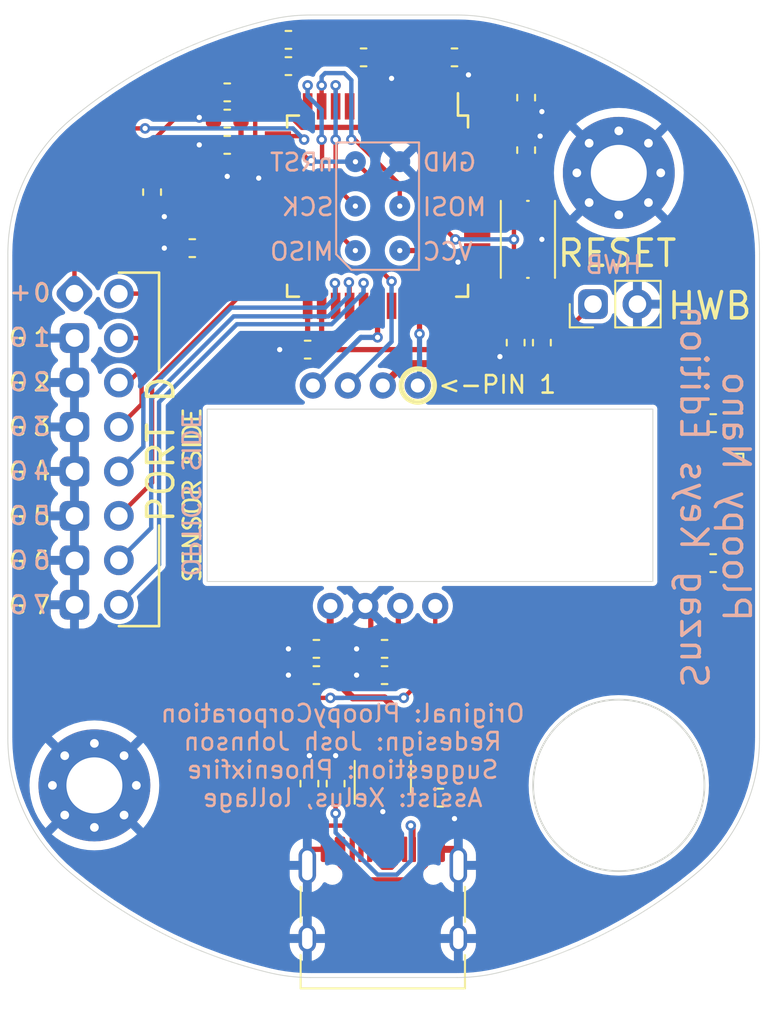
<source format=kicad_pcb>
(kicad_pcb (version 20210722) (generator pcbnew)
  (title_block (title "ploopy-nano") (date "2021-07-09") (rev "0.1") (company "Josh Johnson") (comment 1 "Licenced under CERN OHL v1.2") (comment 2 "By Ploopy Corporation 2021") (comment 3 "Based on the Ploopy Nano"))
  (layers (0 "F.Cu" signal) (31 "B.Cu" signal) (34 "B.Paste" user) (35 "F.Paste" user) (36 "B.SilkS" user "B.Silkscreen") (37 "F.SilkS" user "F.Silkscreen") (38 "B.Mask" user) (39 "F.Mask" user) (44 "Edge.Cuts" user))
  (net 0 "")
  (net 1 "VBUS")
  (net 2 "GND")
  (net 3 "Net-(C8-Pad1)")
  (net 4 "Net-(C11-Pad1)")
  (net 5 "Net-(C12-Pad1)")
  (net 6 "Net-(C13-Pad1)")
  (net 7 "Net-(C14-Pad1)")
  (net 8 "Net-(D1-Pad1)")
  (net 9 "Net-(J1-PadA7)")
  (net 10 "Net-(J1-PadA6)")
  (net 11 "Net-(J1-PadB5)")
  (net 12 "Net-(J1-PadA5)")
  (net 13 "/MISO")
  (net 14 "/MOSI")
  (net 15 "/SCK")
  (net 16 "/nRST")
  (net 17 "Net-(R1-Pad2)")
  (net 18 "/D+")
  (net 19 "/USB_D+")
  (net 20 "/D-")
  (net 21 "/USB_D-")
  (net 22 "/ADNS_SDIO")
  (net 23 "/ADNS_CS")
  (net 24 "/ADNS_SCLK")
  (net 25 "Net-(J3-Pad1)")
  (net 26 "/D7")
  (net 27 "/D6")
  (net 28 "/D4")
  (net 29 "/D5")
  (net 30 "/D3")
  (net 31 "/D2")
  (net 32 "/D1")
  (net 33 "/D0")
  (footprint "Capacitor_SMD:C_0603_1608Metric" (layer "F.Cu") (at 144.1875 106.3)
    (fp_text reference "C1" hide)
    (fp_text value "1u")
  )
  (footprint "Capacitor_SMD:C_0603_1608Metric" (layer "F.Cu") (at 139.8 64)
    (fp_text reference "C14" hide)
    (fp_text value "1u")
  )
  (footprint "Package_TO_SOT_SMD:SOT-23-6" (layer "F.Cu") (at 140.9 105.1 90)
    (fp_text reference "U2" hide)
    (fp_text value "USBLC6-2SC6")
  )
  (footprint "Capacitor_SMD:C_0603_1608Metric" (layer "F.Cu") (at 132 69 180)
    (fp_text reference "C10" hide)
    (fp_text value "100n")
  )
  (footprint "Resistor_SMD:R_0603_1608Metric" (layer "F.Cu") (at 150 80.3 90)
    (fp_text reference "R8" hide)
    (fp_text value "5K1")
  )
  (footprint "Resistor_SMD:R_0603_1608Metric" (layer "F.Cu") (at 159.8 84.9)
    (fp_text reference "R2" hide)
    (fp_text value "22R")
  )
  (footprint "Resistor_SMD:R_0603_1608Metric" (layer "F.Cu") (at 136.7 105.5 -90)
    (fp_text reference "R3" hide)
    (fp_text value "5K1")
  )
  (footprint "Resistor_SMD:R_0603_1608Metric" (layer "F.Cu") (at 132 66)
    (fp_text reference "R5" hide)
    (fp_text value "5K1")
  )
  (footprint "josh-led:LO-A67F" (layer "F.Cu") (at 159.775 88.9 -90)
    (fp_text reference "D1" hide)
    (fp_text value "LS A67F")
  )
  (footprint "Capacitor_SMD:C_0603_1608Metric" (layer "F.Cu") (at 149.1 66.3 -90)
    (fp_text reference "C2" hide)
    (fp_text value "10u")
  )
  (footprint "Connector_PinSocket_2.54mm:PinSocket_2x08_P2.54mm_Vertical" (layer "F.Cu") (at 125.8 77.5)
    (fp_text reference "J2" hide)
    (fp_text value "DIY")
  )
  (footprint "Resistor_SMD:R_0603_1608Metric" (layer "F.Cu") (at 159.8 92.9 180)
    (fp_text reference "R1" hide)
    (fp_text value "22R")
  )
  (footprint "josh-connectors:USB_C_Receptacle_HRO_TYPE-C-31-M-12" (layer "F.Cu") (at 140.9 113.3)
    (fp_text reference "J1" hide)
    (fp_text value "USB_C_Receptacle_USB2.0")
  )
  (footprint "MountingHole:MountingHole_3.2mm_M3_Pad_Via" (layer "F.Cu") (at 154.4 70.6)
    (fp_text reference "H2" hide)
    (fp_text value "M3")
  )
  (footprint "Resistor_SMD:R_0603_1608Metric" (layer "F.Cu") (at 135.5 63 180)
    (fp_text reference "R7" hide)
    (fp_text value "22R")
  )
  (footprint "Capacitor_SMD:C_0603_1608Metric" (layer "F.Cu") (at 136.6 80.7 180)
    (fp_text reference "C6" hide)
    (fp_text value "100n")
  )
  (footprint "Capacitor_SMD:C_0603_1608Metric" (layer "F.Cu") (at 141 99.3 180)
    (fp_text reference "C9" hide)
    (fp_text value "1u")
  )
  (footprint "josh-buttons-switches:SW_Push_KMR2" (layer "F.Cu") (at 149.2 74.4 -90)
    (fp_text reference "SW1" hide)
    (fp_text value "RESET")
  )
  (footprint "Capacitor_SMD:C_0603_1608Metric" (layer "F.Cu") (at 130 74.9 180)
    (fp_text reference "C11" hide)
    (fp_text value "15p")
  )
  (footprint "Capacitor_SMD:C_0603_1608Metric" (layer "F.Cu") (at 137.1 99.3 180)
    (fp_text reference "C5" hide)
    (fp_text value "10u")
  )
  (footprint "josh-oscillators:Crystal_SMD_3225-4Pin_3.2x2.5mm" (layer "F.Cu") (at 130.2 72 90)
    (fp_text reference "Y1" hide)
    (fp_text value "16MHz")
  )
  (footprint "Capacitor_SMD:C_0603_1608Metric" (layer "F.Cu") (at 145 64 180)
    (fp_text reference "C7" hide)
    (fp_text value "1u")
  )
  (footprint "Package_QFP:TQFP-44_10x10mm_P0.8mm" (layer "F.Cu") (at 140.6 72.5 -90)
    (fp_text reference "U3" hide)
    (fp_text value "ATMEGA32U4-AUR")
  )
  (footprint "josh-keyboard:ADNS-5050" (layer "F.Cu") (at 143.7 88.9 90)
    (fp_text reference "U1" hide)
    (fp_text value "ADNS-5050")
    (fp_line (start -5.05 -12.85) (end 4.8 -12.85) (layer "Edge.Cuts") (width 0.05))
    (fp_line (start 4.8 -12.85) (end 4.8 12.65) (layer "Edge.Cuts") (width 0.05))
    (fp_line (start 4.8 12.65) (end -5.05 12.65) (layer "Edge.Cuts") (width 0.05))
    (fp_line (start -5.05 12.65) (end -5.05 -12.85) (layer "Edge.Cuts") (width 0.05))
  )
  (footprint "Capacitor_SMD:C_0603_1608Metric" (layer "F.Cu") (at 141 97.8 180)
    (fp_text reference "C8" hide)
    (fp_text value "100n")
  )
  (footprint "Capacitor_SMD:C_0603_1608Metric" (layer "F.Cu") (at 127.7 71.7 -90)
    (fp_text reference "C12" hide)
    (fp_text value "15p")
  )
  (footprint "Resistor_SMD:R_0603_1608Metric" (layer "F.Cu") (at 148.5 80.3 -90)
    (fp_text reference "R9" hide)
    (fp_text value "5K1")
  )
  (footprint "Capacitor_SMD:C_0603_1608Metric" (layer "F.Cu") (at 137.1 97.8 180)
    (fp_text reference "C4" hide)
    (fp_text value "100n")
  )
  (footprint "josh-keyboard:Ploopy-Nano" (layer "F.Cu") (at 142.9 88.4)
    (fp_text reference "N1" hide)
    (fp_text value "Ploopy Outline")
    (fp_line (start 2.262999 28.180036) (end -6.163 28.180036) (layer "Edge.Cuts") (width 0.05))
    (fp_line (start -6.163 -26.819964) (end 2.262999 -26.819964) (layer "Edge.Cuts") (width 0.05))
    (fp_line (start 19.549999 -13.166965) (end 19.549999 14.527036) (layer "Edge.Cuts") (width 0.05))
    (fp_line (start -23.450001 14.527036) (end -23.45 -13.166965) (layer "Edge.Cuts") (width 0.05))
    (fp_arc (start -6.159098 -16.791464) (end -6.163 -26.819964) (angle -13.5) (layer "Edge.Cuts") (width 0.05))
    (fp_arc (start -13.451722 14.527946) (end -23.450001 14.527036) (angle -50.3) (layer "Edge.Cuts") (width 0.05))
    (fp_arc (start -1.963034 0.70641) (end -19.839 22.220036) (angle -26.2) (layer "Edge.Cuts") (width 0.05))
    (fp_arc (start 2.259097 18.151536) (end 2.262999 28.180036) (angle -13.5) (layer "Edge.Cuts") (width 0.05))
    (fp_arc (start 2.259094 -16.791465) (end 4.603999 -26.541965) (angle -13.5) (layer "Edge.Cuts") (width 0.05))
    (fp_arc (start -13.451722 -13.167874) (end -19.839 -20.859964) (angle -50.3) (layer "Edge.Cuts") (width 0.05))
    (fp_arc (start -6.159095 18.151527) (end -8.504001 27.902036) (angle -13.5) (layer "Edge.Cuts") (width 0.05))
    (fp_arc (start -1.936969 0.706406) (end 4.603999 27.902036) (angle -26.2) (layer "Edge.Cuts") (width 0.05))
    (fp_arc (start -1.93697 0.653665) (end 15.938999 -20.859964) (angle -26.2) (layer "Edge.Cuts") (width 0.05))
    (fp_arc (start 9.55172 14.527945) (end 15.938999 22.220036) (angle -50.3) (layer "Edge.Cuts") (width 0.05))
    (fp_arc (start 9.551721 -13.167875) (end 19.549999 -13.166965) (angle -50.3) (layer "Edge.Cuts") (width 0.05))
    (fp_arc (start -1.963033 0.65366) (end -8.504001 -26.541965) (angle -26.2) (layer "Edge.Cuts") (width 0.05))
  )
  (footprint "Capacitor_SMD:C_0603_1608Metric" (layer "F.Cu") (at 149.1 69.3 90)
    (fp_text reference "C13" hide)
    (fp_text value "100n")
  )
  (footprint "MountingHole:MountingHole_3.2mm_M3_Pad_Via" (layer "F.Cu") (at 124.4 105.6)
    (fp_text reference "H1" hide)
    (fp_text value "M3")
  )
  (footprint "Resistor_SMD:R_0603_1608Metric" (layer "F.Cu") (at 138.2 105.5 -90)
    (fp_text reference "R4" hide)
    (fp_text value "5K1")
  )
  (footprint "Capacitor_SMD:C_0603_1608Metric" (layer "F.Cu") (at 132 67.5 180)
    (fp_text reference "C3" hide)
    (fp_text value "1u")
  )
  (footprint "Connector_PinHeader_2.54mm:PinHeader_1x02_P2.54mm_Vertical" (layer "F.Cu") (at 152.925 78.1 90)
    (fp_text reference "J3" hide)
    (fp_text value "HWB")
  )
  (footprint "Resistor_SMD:R_0603_1608Metric" (layer "F.Cu") (at 135.5 64.5 180)
    (fp_text reference "R6" hide)
    (fp_text value "22R")
  )
  (footprint "josh-connectors:AVR_PROG_2.54_SMT" (layer "B.Cu") (at 140.6 72.5 90)
    (fp_text reference "J4" hide)
    (fp_text value "AVR-ISP-6")
  )
  (gr_line (start 125.8 76.3) (end 128.1 76.3) (layer "F.SilkS") (width 0.15))
  (gr_line (start 125.8 96.5) (end 128.1 96.5) (layer "F.SilkS") (width 0.15))
  (gr_circle (center 142.9 82.75) (end 143.85 82.75) (layer "F.SilkS") (width 0.3) (fill none))
  (gr_line (start 128.1 90.75) (end 128.1 96.5) (layer "F.SilkS") (width 0.15))
  (gr_line (start 128.1 76.3) (end 128.1 81.9) (layer "F.SilkS") (width 0.15))
  (gr_circle (center 154.4 105.6) (end 159.3 105.6) (layer "Edge.Cuts") (width 0.1) (fill none))
  (gr_text "GND" (at 144.714285 70) (layer "B.SilkS") (effects (font (size 1 1)) (justify mirror)))
  (gr_text "G" (at 120.1 80.005199) (layer "B.SilkS") (effects (font (size 1 1)) (justify mirror)))
  (gr_text "G" (at 120.1 87.646994) (layer "B.SilkS") (effects (font (size 1 1)) (justify mirror)))
  (gr_text "2" (at 121.383905 82.539907) (layer "B.SilkS") (effects (font (size 1 1)) (justify mirror)))
  (gr_text "4" (at 121.383905 87.634437) (layer "B.SilkS") (effects (font (size 1 1)) (justify mirror)))
  (gr_text "3" (at 121.383905 85.087172) (layer "B.SilkS") (effects (font (size 1 1)) (justify mirror)))
  (gr_text "G" (at 120.1 92.741524) (layer "B.SilkS") (effects (font (size 1 1)) (justify mirror)))
  (gr_text "SCK" (at 136.6 72.55) (layer "B.SilkS") (effects (font (size 1 1)) (justify mirror)))
  (gr_text "7" (at 121.383905 95.276232) (layer "B.SilkS") (effects (font (size 1 1)) (justify mirror)))
  (gr_text "MISO" (at 136.266667 75.1) (layer "B.SilkS") (effects (font (size 1 1)) (justify mirror)))
  (gr_text "+" (at 120.1 77.457934 90) (layer "B.SilkS") (effects (font (size 1 1)) (justify mirror)))
  (gr_text "Original: PloopyCorporation\nRedesign: Josh Johnson\nSuggestion: Phoenixfire\nAssist: Xelus, lollage" (at 138.6 103.9) (layer "B.SilkS") (effects (font (size 1 1)) (justify mirror)))
  (gr_text "VCC" (at 144.619047 75.1) (layer "B.SilkS") (effects (font (size 1 1)) (justify mirror)))
  (gr_text "G" (at 120.1 85.099729) (layer "B.SilkS") (effects (font (size 1 1)) (justify mirror)))
  (gr_text "OPTICS SIDE" (at 129.9 88.996094 -90) (layer "B.SilkS") (effects (font (size 1 1)) (justify mirror)))
  (gr_text "G" (at 120.1 95.288789) (layer "B.SilkS") (effects (font (size 1 1)) (justify mirror)))
  (gr_text "MOSI" (at 145 72.55) (layer "B.SilkS") (effects (font (size 1 1)) (justify mirror)))
  (gr_text "nRST" (at 136.266667 70) (layer "B.SilkS") (effects (font (size 1 1)) (justify mirror)))
  (gr_text "Ploopy Nano\nSnzag Keys Edition" (at 159.9 89.1 -90) (layer "B.SilkS") (effects (font (size 1.5 1.5) (thickness 0.2)) (justify mirror)))
  (gr_text "G" (at 120.1 82.552464) (layer "B.SilkS") (effects (font (size 1 1)) (justify mirror)))
  (gr_text "0" (at 121.379143 77.445377) (layer "B.SilkS") (effects (font (size 1 1)) (justify mirror)))
  (gr_text "HWB" (at 154.1 75.85) (layer "B.SilkS") (effects (font (size 1 1)) (justify mirror)))
  (gr_text "5" (at 121.383905 90.181702) (layer "B.SilkS") (effects (font (size 1 1)) (justify mirror)))
  (gr_text "6" (at 121.383905 92.728967) (layer "B.SilkS") (effects (font (size 1 1)) (justify mirror)))
  (gr_text "G" (at 120.1 90.194259) (layer "B.SilkS") (effects (font (size 1 1)) (justify mirror)))
  (gr_text "1" (at 121.383905 79.992642) (layer "B.SilkS") (effects (font (size 1 1)) (justify mirror)))
  (gr_text "G" (at 120.009746 80.01641) (layer "F.SilkS") (effects (font (size 1 1))))
  (gr_text "G" (at 120.009746 85.11094) (layer "F.SilkS") (effects (font (size 1 1))))
  (gr_text "G" (at 120.009746 87.658205) (layer "F.SilkS") (effects (font (size 1 1))))
  (gr_text "4" (at 121.4 87.658205) (layer "F.SilkS") (effects (font (size 1 1))))
  (gr_text "7" (at 121.4 95.3) (layer "F.SilkS") (effects (font (size 1 1))))
  (gr_text "5" (at 121.4 90.20547) (layer "F.SilkS") (effects (font (size 1 1))))
  (gr_text "SENSOR SIDE" (at 130 89 90) (layer "F.SilkS") (effects (font (size 1 1))))
  (gr_text "G" (at 120.009746 90.20547) (layer "F.SilkS") (effects (font (size 1 1))))
  (gr_text "3" (at 121.4 85.11094) (layer "F.SilkS") (effects (font (size 1 1))))
  (gr_text "2" (at 121.4 82.563675) (layer "F.SilkS") (effects (font (size 1 1))))
  (gr_text "G" (at 120.009746 95.3) (layer "F.SilkS") (effects (font (size 1 1))))
  (gr_text "0" (at 121.404762 77.469145) (layer "F.SilkS") (effects (font (size 1 1))))
  (gr_text "G" (at 120.009746 82.563675) (layer "F.SilkS") (effects (font (size 1 1))))
  (gr_text "6" (at 121.4 92.752735) (layer "F.SilkS") (effects (font (size 1 1))))
  (gr_text "+" (at 120.1 77.469145 90) (layer "F.SilkS") (effects (font (size 1 1))))
  (gr_text "RESET" (at 154.3 75.2) (layer "F.SilkS") (effects (font (size 1.5 1.5) (thickness 0.2))))
  (gr_text "<-PIN 1" (at 147.45 82.7) (layer "F.SilkS") (effects (font (size 1 1))))
  (gr_text "PORT D" (at 128.2 86.4 90) (layer "F.SilkS") (effects (font (size 1.5 1.5) (thickness 0.2))))
  (gr_text "HWB" (at 159.6 78.2) (layer "F.SilkS") (effects (font (size 1.5 1.5) (thickness 0.2))))
  (gr_text "1" (at 121.4 80.01641) (layer "F.SilkS") (effects (font (size 1 1))))
  (gr_text "G" (at 120.009746 92.752735) (layer "F.SilkS") (effects (font (size 1 1))))
  (segment (start 137.4 78.2) (end 137.4 80.6875) (width 0.3) (layer "F.Cu") (net 1))
  (segment (start 146.7 62.7) (end 146.95 62.95) (width 0.4) (layer "F.Cu") (net 1))
  (segment (start 161.6 82.2) (end 161.7 82.1) (width 0.3) (layer "F.Cu") (net 1))
  (segment (start 138.45 109.255) (end 138.45 110.15) (width 0.3) (layer "F.Cu") (net 1))
  (segment (start 161.7 90.1) (end 161.7 82.1) (width 0.4) (layer "F.Cu") (net 1))
  (segment (start 137.8875 95.3625) (end 137.9 95.35) (width 0.4) (layer "F.Cu") (net 1))
  (segment (start 123.26 73.24) (end 123.26 77.5) (width 0.25) (layer "F.Cu") (net 1))
  (segment (start 143.4 106.3) (end 143.4 105) (width 0.4) (layer "F.Cu") (net 1))
  (segment (start 143.5 105.1) (end 144.85 105.1) (width 0.4) (layer "F.Cu") (net 1))
  (segment (start 139.1875 100.6) (end 137.8875 99.3) (width 0.4) (layer "F.Cu") (net 1))
  (segment (start 137.3875 80.7) (end 144.3 80.7) (width 0.3) (layer "F.Cu") (net 1))
  (segment (start 150.7125 77.5) (end 151.9125 76.3) (width 0.3) (layer "F.Cu") (net 1))
  (segment (start 146.3 68.5) (end 147.5 68.5) (width 0.3) (layer "F.Cu") (net 1))
  (segment (start 137.8875 97.8) (end 137.8875 95.3625) (width 0.4) (layer "F.Cu") (net 1))
  (segment (start 136.27106 68) (end 133.44654 65.17548) (width 0.3) (layer "F.Cu") (net 1))
  (segment (start 158 76.3) (end 159.65 74.65) (width 0.3) (layer "F.Cu") (net 1))
  (segment (start 161.7 93.9) (end 161.7 92.8) (width 0.4) (layer "F.Cu") (net 1))
  (segment (start 143.4 105) (end 143.5 105.1) (width 0.4) (layer "F.Cu") (net 1))
  (segment (start 146.95 62.95) (end 146.95 64.65) (width 0.4) (layer "F.Cu") (net 1))
  (segment (start 146.3 76.5) (end 144.5 76.5) (width 0.3) (layer "F.Cu") (net 1))
  (segment (start 144.2125 64) (end 144.2125 63.0875) (width 0.4) (layer "F.Cu") (net 1))
  (segment (start 143.3 105.1) (end 143.4 105) (width 0.4) (layer "F.Cu") (net 1))
  (segment (start 132.7875 67.5) (end 132.7125 67.5) (width 0.3) (layer "F.Cu") (net 1))
  (segment (start 133.44654 65.17548) (end 132.03702 65.17548) (width 0.3) (layer "F.Cu") (net 1))
  (segment (start 146.3 68.5) (end 144.2 68.5) (width 0.3) (layer "F.Cu") (net 1))
  (segment (start 158.9 73.9) (end 158.9 69.5) (width 0.4) (layer "F.Cu") (net 1))
  (segment (start 143.04 75.04) (end 141.87 75.04) (width 0.3) (layer "F.Cu") (net 1))
  (segment (start 139.8 68) (end 139.8 66.8) (width 0.3) (layer "F.Cu") (net 1))
  (segment (start 132.7125 67.5) (end 131.2125 66) (width 0.3) (layer "F.Cu") (net 1))
  (segment (start 152.4 97.55) (end 158.05 97.55) (width 0.4) (layer "F.Cu") (net 1))
  (segment (start 143.35 106.35) (end 143.4 106.3) (width 0.4) (layer "F.Cu") (net 1))
  (segment (start 143.8 65.4) (end 143.8 66.8) (width 0.4) (layer "F.Cu") (net 1))
  (segment (start 132.7875 69.6875) (end 132.7875 69) (width 0.3) (layer "F.Cu") (net 1))
  (segment (start 161.6 92.9) (end 161.7 92.8) (width 0.4) (layer "F.Cu") (net 1))
  (segment (start 131.2125 66) (end 130.5 66) (width 0.25) (layer "F.Cu") (net 1))
  (segment (start 141.3 105.1) (end 143.3 105.1) (width 0.4) (layer "F.Cu") (net 1))
  (segment (start 143.4 103) (end 141 100.6) (width 0.4) (layer "F.Cu") (net 1))
  (segment (start 143.4 105) (end 143.4 103) (width 0.4) (layer "F.Cu") (net 1))
  (segment (start 147.1 76.5) (end 148.1 77.5) (width 0.3) (layer "F.Cu") (net 1))
  (segment (start 146.95 64.65) (end 147.8 65.5) (width 0.4) (layer "F.Cu") (net 1))
  (segment (start 137.4 80.6875) (end 137.3875 80.7) (width 0.3) (layer "F.Cu") (net 1))
  (segment (start 147.5 68.5) (end 147.8 68.2) (width 0.3) (layer "F.Cu") (net 1))
  (segment (start 139.3 111) (end 142.5 111) (width 0.3) (layer "F.Cu") (net 1))
  (segment (start 144.2125 63.0875) (end 144.6 62.7) (width 0.4) (layer "F.Cu") (net 1))
  (segment (start 133.2 70.1) (end 132.7875 69.6875) (width 0.3) (layer "F.Cu") (net 1))
  (segment (start 137.8875 99.3) (end 137.8875 97.8) (width 0.4) (layer "F.Cu") (net 1))
  (segment (start 138.45 110.15) (end 139.3 111) (width 0.3) (layer "F.Cu") (net 1))
  (segment (start 158.05 97.55) (end 161.7 93.9) (width 0.4) (layer "F.Cu") (net 1))
  (segment (start 161.7 82.1) (end 161.7 76.7) (width 0.4) (layer "F.Cu") (net 1))
  (segment (start 159.65 74.65) (end 158.9 73.9) (width 0.4) (layer "F.Cu") (net 1))
  (segment (start 146.3 76.5) (end 147.1 76.5) (width 0.3) (layer "F.Cu") (net 1))
  (segment (start 144.2125 64.9875) (end 143.8 65.4) (width 0.4) (layer "F.Cu") (net 1))
  (segment (start 144.2125 64) (end 144.2125 64.9875) (width 0.4) (layer "F.Cu") (net 1))
  (segment (start 154.9 65.5) (end 147.8 65.5) (width 0.4) (layer "F.Cu") (net 1))
  (segment (start 144.85 105.1) (end 152.4 97.55) (width 0.4) (layer "F.Cu") (net 1))
  (segment (start 161.7 76.7) (end 160.3 75.3) (width 0.4) (layer "F.Cu") (net 1))
  (segment (start 131.2125 66) (end 131.2875 66) (width 0.25) (layer "F.Cu") (net 1))
  (segment (start 132.7875 67.5) (end 132.7875 69) (width 0.3) (layer "F.Cu") (net 1))
  (segment (start 150 81.0875) (end 150 82.2) (width 0.3) (layer "F.Cu") (net 1))
  (segment (start 130.5 66) (end 123.26 73.24) (width 0.25) (layer "F.Cu") (net 1))
  (segment (start 143.7 68) (end 136.27106 68) (width 0.3) (layer "F.Cu") (net 1))
  (segment (start 144.3 80.7) (end 145.8 82.2) (width 0.3) (layer "F.Cu") (net 1))
  (segment (start 144.5 76.5) (end 143.04 75.04) (width 0.3) (layer "F.Cu") (net 1))
  (segment (start 144.2 68.5) (end 143.7 68) (width 0.3) (layer "F.Cu") (net 1))
  (segment (start 140.9 104) (end 140.9 104.7) (width 0.4) (layer "F.Cu") (net 1))
  (segment (start 159.775 90.15) (end 161.65 90.15) (width 0.4) (layer "F.Cu") (net 1))
  (segment (start 134.9 70.1) (end 133.2 70.1) (width 0.3) (layer "F.Cu") (net 1))
  (segment (start 141 100.6) (end 139.1875 100.6) (width 0.4) (layer "F.Cu") (net 1))
  (segment (start 143.35 109.255) (end 143.35 106.35) (width 0.4) (layer "F.Cu") (net 1))
  (segment (start 145.8 82.2) (end 150 82.2) (width 0.3) (layer "F.Cu") (net 1))
  (segment (start 143.35 110.15) (end 143.35 109.255) (width 0.3) (layer "F.Cu") (net 1))
  (segment (start 142.5 111) (end 143.35 110.15) (width 0.3) (layer "F.Cu") (net 1))
  (segment (start 148.1 77.5) (end 150.7125 77.5) (width 0.3) (layer "F.Cu") (net 1))
  (segment (start 151.9125 76.3) (end 158 76.3) (width 0.3) (layer "F.Cu") (net 1))
  (segment (start 147.8 68.2) (end 147.8 65.5) (width 0.3) (layer "F.Cu") (net 1))
  (segment (start 160.5875 92.9) (end 161.6 92.9) (width 0.4) (layer "F.Cu") (net 1))
  (segment (start 144.6 62.7) (end 146.7 62.7) (width 0.4) (layer "F.Cu") (net 1))
  (segment (start 161.7 92.8) (end 161.7 90.1) (width 0.4) (layer "F.Cu") (net 1))
  (segment (start 140.9 104.7) (end 141.3 105.1) (width 0.4) (layer "F.Cu") (net 1))
  (segment (start 158.9 69.5) (end 154.9 65.5) (width 0.4) (layer "F.Cu") (net 1))
  (segment (start 161.65 90.15) (end 161.7 90.1) (width 0.4) (layer "F.Cu") (net 1))
  (segment (start 132.03702 65.17548) (end 131.2125 66) (width 0.3) (layer "F.Cu") (net 1))
  (segment (start 160.3 75.3) (end 159.65 74.65) (width 0.4) (layer "F.Cu") (net 1))
  (segment (start 150 82.2) (end 161.6 82.2) (width 0.3) (layer "F.Cu") (net 1))
  (via (at 141.87 75.04) (size 0.6) (drill 0.3) (layers "F.Cu" "B.Cu") (net 1))
  (segment (start 136.6 78.2) (end 136.6 79.9125) (width 0.3) (layer "F.Cu") (net 2))
  (segment (start 131.05 70.9) (end 132 70.9) (width 0.25) (layer "F.Cu") (net 2))
  (segment (start 145 107.5) (end 145 106.325) (width 0.4) (layer "F.Cu") (net 2))
  (segment (start 146.3 69.3) (end 148.3125 69.3) (width 0.3) (layer "F.Cu") (net 2))
  (segment (start 146.3 75.7) (end 145.2 75.7) (width 0.3) (layer "F.Cu") (net 2))
  (segment (start 135.8125 80.7) (end 135 80.7) (width 0.3) (layer "F.Cu") (net 2))
  (segment (start 130.466089 67.5) (end 130.4 67.433911) (width 0.3) (layer "F.Cu") (net 2))
  (segment (start 145 106.325) (end 144.975 106.3) (width 0.4) (layer "F.Cu") (net 2))
  (segment (start 140.2125 95.6625) (end 139.9 95.35) (width 0.3) (layer "F.Cu") (net 2))
  (segment (start 128.3125 73.1) (end 127.7 72.4875) (width 0.25) (layer "F.Cu") (net 2))
  (segment (start 136.7 104.7125) (end 136.7 103.9) (width 0.3) (layer "F.Cu") (net 2))
  (segment (start 140.2125 99.3) (end 140.2125 97.8) (width 0.3) (layer "F.Cu") (net 2))
  (segment (start 129.35 73.1) (end 128.4 73.1) (width 0.25) (layer "F.Cu") (net 2))
  (segment (start 147.6125 81.0875) (end 147.6 81.1) (width 0.3) (layer "F.Cu") (net 2))
  (segment (start 149.8875 68.5125) (end 149.9 68.5) (width 0.3) (layer "F.Cu") (net 2))
  (segment (start 150 67.1) (end 149.1125 67.1) (width 0.3) (layer "F.Cu") (net 2))
  (segment (start 149.1 68.5125) (end 149.8875 68.5125) (width 0.3) (layer "F.Cu") (net 2))
  (segment (start 150 74.4) (end 150 72.35) (width 0.3) (layer "F.Cu") (net 2))
  (segment (start 129.2125 74.9) (end 128.4 74.9) (width 0.25) (layer "F.Cu") (net 2))
  (segment (start 148.5 81.0875) (end 147.6125 81.0875) (width 0.3) (layer "F.Cu") (net 2))
  (segment (start 149.1125 67.1) (end 149.1 67.0875) (width 0.3) (layer "F.Cu") (net 2))
  (segment (start 140.2125 97.8) (end 140.2125 95.6625) (width 0.3) (layer "F.Cu") (net 2))
  (segment (start 145.7875 64) (end 145.7875 64.9875) (width 0.3) (layer "F.Cu") (net 2))
  (segment (start 137.65 109.255) (end 136.58 109.255) (width 0.3) (layer "F.Cu") (net 2))
  (segment (start 141.4 65.2) (end 141.4 64.8125) (width 0.3) (layer "F.Cu") (net 2))
  (segment (start 144.15 109.255) (end 145.245 109.255) (width 0.4) (layer "F.Cu") (net 2))
  (segment (start 141.4 66.8) (end 141.4 65.2) (width 0.3) (layer "F.Cu") (net 2))
  (segment (start 140.2125 97.8) (end 139.4 97.8) (width 0.3) (layer "F.Cu") (net 2))
  (segment (start 131.2125 69) (end 130.4 69) (width 0.3) (layer "F.Cu") (net 2))
  (segment (start 148.3125 69.3) (end 149.1 68.5125) (width 0.3) (layer "F.Cu") (net 2))
  (segment (start 136.3125 99.3) (end 135.5 99.3) (width 0.3) (layer "F.Cu") (net 2))
  (segment (start 145.245 110.145) (end 145.22 110.17) (width 0.4) (layer "F.Cu") (net 2))
  (segment (start 136.58 109.255) (end 136.58 110.17) (width 0.3) (layer "F.Cu") (net 2))
  (segment (start 145.245 109.255) (end 145.245 110.145) (width 0.4) (layer "F.Cu") (net 2))
  (segment (start 136.6 79.9125) (end 135.8125 80.7) (width 0.3) (layer "F.Cu") (net 2))
  (segment (start 141.4 64.8125) (end 140.5875 64) (width 0.3) (layer "F.Cu") (net 2))
  (segment (start 140.2125 99.3) (end 139.4 99.3) (width 0.3) (layer "F.Cu") (net 2))
  (segment (start 150 76.45) (end 150 74.4) (width 0.3) (layer "F.Cu") (net 2))
  (segment (start 134.9 70.9) (end 133.8 70.9) (width 0.3) (layer "F.Cu") (net 2))
  (segment (start 144.15 108.35) (end 145 107.5) (width 0.4) (layer "F.Cu") (net 2))
  (segment (start 128.4 73.1) (end 128.3125 73.1) (width 0.25) (layer "F.Cu") (net 2))
  (segment (start 140.9 106.2) (end 140.9 107.1) (width 0.4) (layer "F.Cu") (net 2))
  (segment (start 136.3125 97.8) (end 135.5 97.8) (width 0.3) (layer "F.Cu") (net 2))
  (segment (start 145.7875 64.9875) (end 145.8 65) (width 0.3) (layer "F.Cu") (net 2))
  (segment (start 131.2125 67.5) (end 130.466089 67.5) (width 0.3) (layer "F.Cu") (net 2))
  (segment (start 144.15 109.255) (end 144.15 108.35) (width 0.4) (layer "F.Cu") (net 2))
  (segment (start 138.2 104.7125) (end 138.2 103.9) (width 0.3) (layer "F.Cu") (net 2))
  (via (at 135.5 97.8) (size 0.6) (drill 0.3) (layers "F.Cu" "B.Cu") (net 2))
  (via (at 147.6 81.1) (size 0.6) (drill 0.3) (layers "F.Cu" "B.Cu") (net 2))
  (via (at 139.4 99.3) (size 0.6) (drill 0.3) (layers "F.Cu" "B.Cu") (net 2))
  (via (at 133.8 70.9) (size 0.6) (drill 0.3) (layers "F.Cu" "B.Cu") (net 2))
  (via (at 128.4 73.1) (size 0.6) (drill 0.3) (layers "F.Cu" "B.Cu") (net 2))
  (via (at 138.2 103.9) (size 0.6) (drill 0.3) (layers "F.Cu" "B.Cu") (net 2))
  (via (at 145.2 75.7) (size 0.6) (drill 0.3) (layers "F.Cu" "B.Cu") (net 2))
  (via (at 128.4 74.9) (size 0.6) (drill 0.3) (layers "F.Cu" "B.Cu") (net 2))
  (via (at 139.4 97.8) (size 0.6) (drill 0.3) (layers "F.Cu" "B.Cu") (net 2))
  (via (at 132 70.8) (size 0.6) (drill 0.3) (layers "F.Cu" "B.Cu") (net 2))
  (via (at 145 107.5) (size 0.6) (drill 0.3) (layers "F.Cu" "B.Cu") (net 2))
  (via (at 135.5 99.3) (size 0.6) (drill 0.3) (layers "F.Cu" "B.Cu") (net 2))
  (via (at 150 67.1) (size 0.6) (drill 0.3) (layers "F.Cu" "B.Cu") (net 2))
  (via (at 140.9 107.1) (size 0.6) (drill 0.3) (layers "F.Cu" "B.Cu") (net 2))
  (via (at 150 74.4) (size 0.6) (drill 0.3) (layers "F.Cu" "B.Cu") (net 2))
  (via (at 149.9 68.5) (size 0.6) (drill 0.3) (layers "F.Cu" "B.Cu") (net 2))
  (via (at 130.4 67.433911) (size 0.6) (drill 0.3) (layers "F.Cu" "B.Cu") (net 2))
  (via (at 135 80.7) (size 0.6) (drill 0.3) (layers "F.Cu" "B.Cu") (net 2))
  (via (at 141.4 65.2) (size 0.6) (drill 0.3) (layers "F.Cu" "B.Cu") (net 2))
  (via (at 130.4 69) (size 0.6) (drill 0.3) (layers "F.Cu" "B.Cu") (net 2))
  (via (at 145.8 65) (size 0.6) (drill 0.3) (layers "F.Cu" "B.Cu") (net 2))
  (via (at 136.7 103.9) (size 0.6) (drill 0.3) (layers "F.Cu" "B.Cu") (net 2))
  (segment (start 141.7875 97.8) (end 141.7875 95.4625) (width 0.3) (layer "F.Cu") (net 3))
  (segment (start 141.7875 99.3) (end 141.7875 97.8) (width 0.3) (layer "F.Cu") (net 3))
  (segment (start 141.7875 95.4625) (end 141.9 95.35) (width 0.3) (layer "F.Cu") (net 3))
  (segment (start 131.05 74.6375) (end 130.7875 74.9) (width 0.25) (layer "F.Cu") (net 4))
  (segment (start 132 72.5) (end 134.9 72.5) (width 0.25) (layer "F.Cu") (net 4))
  (segment (start 131.05 73.1) (end 131.4 73.1) (width 0.25) (layer "F.Cu") (net 4))
  (segment (start 131.4 73.1) (end 132 72.5) (width 0.25) (layer "F.Cu") (net 4))
  (segment (start 131.05 73.1) (end 131.05 74.6375) (width 0.25) (layer "F.Cu") (net 4))
  (segment (start 127.7 70.9125) (end 129.3375 70.9125) (width 0.25) (layer "F.Cu") (net 5))
  (segment (start 130.45 72) (end 133.3 72) (width 0.25) (layer "F.Cu") (net 5))
  (segment (start 133.6 71.7) (end 134.9 71.7) (width 0.25) (layer "F.Cu") (net 5))
  (segment (start 129.2125 70.7625) (end 129.35 70.9) (width 0.25) (layer "F.Cu") (net 5))
  (segment (start 129.3375 70.9125) (end 129.35 70.9) (width 0.25) (layer "F.Cu") (net 5))
  (segment (start 133.3 72) (end 133.6 71.7) (width 0.25) (layer "F.Cu") (net 5))
  (segment (start 129.35 70.9) (end 130.45 72) (width 0.25) (layer "F.Cu") (net 5))
  (segment (start 149.0875 70.1) (end 149.1 70.0875) (width 0.3) (layer "F.Cu") (net 6))
  (segment (start 146.3 70.1) (end 149.0875 70.1) (width 0.3) (layer "F.Cu") (net 6))
  (segment (start 140.6 66.8) (end 140.6 65.5875) (width 0.3) (layer "F.Cu") (net 7))
  (segment (start 140.6 65.5875) (end 139.0125 64) (width 0.3) (layer "F.Cu") (net 7))
  (segment (start 160.5875 84.9) (end 158.9875 83.3) (width 0.4) (layer "F.Cu") (net 8))
  (segment (start 158.9875 83.3) (end 145.7 83.3) (width 0.4) (layer "F.Cu") (net 8))
  (segment (start 143.9 81.5) (end 142.15 81.5) (width 0.4) (layer "F.Cu") (net 8))
  (segment (start 159.775 85.7125) (end 160.5875 84.9) (width 0.4) (layer "F.Cu") (net 8))
  (segment (start 159.775 87.65) (end 159.775 85.7125) (width 0.4) (layer "F.Cu") (net 8))
  (segment (start 145.7 83.3) (end 143.9 81.5) (width 0.4) (layer "F.Cu") (net 8))
  (segment (start 142.15 81.5) (end 140.9 82.75) (width 0.4) (layer "F.Cu") (net 8))
  (segment (start 140.15 106.4) (end 139.95 106.2) (width 0.25) (layer "F.Cu") (net 9))
  (segment (start 141.15 109.255) (end 141.15 108.35) (width 0.25) (layer "F.Cu") (net 9))
  (segment (start 140.15 109.255) (end 140.15 108.05) (width 0.25) (layer "F.Cu") (net 9))
  (segment (start 140.15 108.05) (end 140.15 106.4) (width 0.25) (layer "F.Cu") (net 9))
  (segment (start 140.85 108.05) (end 140.15 108.05) (width 0.25) (layer "F.Cu") (net 9))
  (segment (start 141.15 108.35) (end 140.85 108.05) (width 0.25) (layer "F.Cu") (net 9))
  (segment (start 139.8 106.25) (end 139.85 106.2) (width 0.25) (layer "F.Cu") (net 9))
  (segment (start 141.65 109.255) (end 141.65 106.3) (width 0.25) (layer "F.Cu") (net 10))
  (segment (start 140.65 110.055454) (end 140.899066 110.30452) (width 0.25) (layer "F.Cu") (net 10))
  (segment (start 140.65 109.255) (end 140.65 110.055454) (width 0.25) (layer "F.Cu") (net 10))
  (segment (start 141.400934 110.30452) (end 141.65 110.055454) (width 0.25) (layer "F.Cu") (net 10))
  (segment (start 141.65 110.055454) (end 141.65 109.255) (width 0.25) (layer "F.Cu") (net 10))
  (segment (start 140.899066 110.30452) (end 141.400934 110.30452) (width 0.25) (layer "F.Cu") (net 10))
  (segment (start 141.65 106.3) (end 141.75 106.2) (width 0.25) (layer "F.Cu") (net 10))
  (segment (start 142.65 109.255) (end 142.65 108.05) (width 0.25) (layer "F.Cu") (net 11))
  (segment (start 138.2 106.2875) (end 138.2 107.2) (width 0.25) (layer "F.Cu") (net 11))
  (segment (start 142.65 108.05) (end 142.5 107.9) (width 0.25) (layer "F.Cu") (net 11))
  (via (at 142.5 107.9) (size 0.6) (drill 0.3) (layers "F.Cu" "B.Cu") (net 11))
  (via (at 138.2 107.2) (size 0.6) (drill 0.3) (layers "F.Cu" "B.Cu") (net 11))
  (segment (start 138.2 108.3) (end 138.2 107.2) (width 0.25) (layer "B.Cu") (net 11))
  (segment (start 142.5 107.9) (end 142.5 109.9) (width 0.25) (layer "B.Cu") (net 11))
  (segment (start 141.7 110.7) (end 140.6 110.7) (width 0.25) (layer "B.Cu") (net 11))
  (segment (start 142.5 109.9) (end 141.7 110.7) (width 0.25) (layer "B.Cu") (net 11))
  (segment (start 140.6 110.7) (end 138.2 108.3) (width 0.25) (layer "B.Cu") (net 11))
  (segment (start 139.65 109.255) (end 139.65 108.454546) (width 0.25) (layer "F.Cu") (net 12))
  (segment (start 136.7 107.2) (end 136.7 106.2875) (width 0.25) (layer "F.Cu") (net 12))
  (segment (start 139.65 108.454546) (end 139.095454 107.9) (width 0.25) (layer "F.Cu") (net 12))
  (segment (start 137.4 107.9) (end 136.7 107.2) (width 0.25) (layer "F.Cu") (net 12))
  (segment (start 139.095454 107.9) (end 137.4 107.9) (width 0.25) (layer "F.Cu") (net 12))
  (segment (start 136.6 66.8) (end 136.6 65.6) (width 0.25) (layer "F.Cu") (net 13))
  (segment (start 137.424501 73.134501) (end 137.424501 68.724501) (width 0.25) (layer "F.Cu") (net 13))
  (segment (start 139.33 75.04) (end 137.424501 73.134501) (width 0.25) (layer "F.Cu") (net 13))
  (segment (start 137.424501 68.724501) (end 137.4 68.7) (width 0.25) (layer "F.Cu") (net 13))
  (via (at 137.4 68.7) (size 0.6) (drill 0.3) (layers "F.Cu" "B.Cu") (net 13))
  (via (at 139.33 75.04) (size 0.6) (drill 0.3) (layers "F.Cu" "B.Cu") (net 13))
  (via (at 136.6 65.6) (size 0.6) (drill 0.3) (layers "F.Cu" "B.Cu") (net 13))
  (segment (start 136.6 66.2) (end 137.4 67) (width 0.25) (layer "B.Cu") (net 13))
  (segment (start 137.4 67) (end 137.4 68.7) (width 0.25) (layer "B.Cu") (net 13))
  (segment (start 136.6 65.6) (end 136.6 66.2) (width 0.25) (layer "B.Cu") (net 13))
  (segment (start 141.87 72.5) (end 141.87 71.27) (width 0.25) (layer "F.Cu") (net 14))
  (segment (start 141.87 71.27) (end 139.3 68.7) (width 0.25) (layer "F.Cu") (net 14))
  (segment (start 137.4 66.8) (end 137.4 65.6) (width 0.25) (layer "F.Cu") (net 14))
  (segment (start 139.3 68.7) (end 139.1 68.7) (width 0.25) (layer "F.Cu") (net 14))
  (via (at 137.4 65.6) (size 0.6) (drill 0.3) (layers "F.Cu" "B.Cu") (net 14))
  (via (at 139.1 68.7) (size 0.6) (drill 0.3) (layers "F.Cu" "B.Cu") (net 14))
  (via (at 141.87 72.5) (size 0.6) (drill 0.3) (layers "F.Cu" "B.Cu") (net 14))
  (segment (start 137.6 64.9) (end 138.7 64.9) (width 0.25) (layer "B.Cu") (net 14))
  (segment (start 137.4 65.1) (end 137.6 64.9) (width 0.25) (layer "B.Cu") (net 14))
  (segment (start 138.7 64.9) (end 139.1 65.3) (width 0.25) (layer "B.Cu") (net 14))
  (segment (start 139.1 65.3) (end 139.1 68.7) (width 0.25) (layer "B.Cu") (net 14))
  (segment (start 137.4 65.6) (end 137.4 65.1) (width 0.25) (layer "B.Cu") (net 14))
  (segment (start 139.33 72.5) (end 138.2 71.37) (width 0.25) (layer "F.Cu") (net 15))
  (segment (start 138.2 66.8) (end 138.2 65.6) (width 0.25) (layer "F.Cu") (net 15))
  (segment (start 138.2 71.37) (end 138.2 68.7) (width 0.25) (layer "F.Cu") (net 15))
  (via (at 139.33 72.5) (size 0.6) (drill 0.3) (layers "F.Cu" "B.Cu") (net 15))
  (via (at 138.2 65.6) (size 0.6) (drill 0.3) (layers "F.Cu" "B.Cu") (net 15))
  (via (at 138.2 68.7) (size 0.6) (drill 0.3) (layers "F.Cu" "B.Cu") (net 15))
  (segment (start 138.2 65.6) (end 138.2 68.7) (width 0.25) (layer "B.Cu") (net 15))
  (segment (start 140.5 73.9) (end 144.54856 73.9) (width 0.25) (layer "F.Cu") (net 16))
  (segment (start 133.9 69.3) (end 133.6 69) (width 0.25) (layer "F.Cu") (net 16))
  (segment (start 148.4 72.35) (end 148.4 74.4) (width 0.25) (layer "F.Cu") (net 16))
  (segment (start 140.5 73.9) (end 140.5 75.9) (width 0.25) (layer "F.Cu") (net 16))
  (segment (start 136.7 69.9) (end 136.8 69.9) (width 0.25) (layer "F.Cu") (net 16))
  (segment (start 134.9 69.3) (end 133.9 69.3) (width 0.25) (layer "F.Cu") (net 16))
  (segment (start 139.33 69.96) (end 139.335 69.965) (width 0.25) (layer "F.Cu") (net 16))
  (segment (start 140.5 71.13) (end 140.5 73.9) (width 0.25) (layer "F.Cu") (net 16))
  (segment (start 148.4 74.4) (end 148.4 76.45) (width 0.25) (layer "F.Cu") (net 16))
  (segment (start 134.9 69.3) (end 136.1 69.3) (width 0.25) (layer "F.Cu") (net 16))
  (segment (start 133.6 66.8125) (end 132.7875 66) (width 0.25) (layer "F.Cu") (net 16))
  (segment (start 133.6 69) (end 133.6 66.8125) (width 0.25) (layer "F.Cu") (net 16))
  (segment (start 139.335 69.965) (end 140.5 71.13) (width 0.25) (layer "F.Cu") (net 16))
  (segment (start 136.1 69.3) (end 136.7 69.9) (width 0.25) (layer "F.Cu") (net 16))
  (segment (start 144.54856 73.9) (end 145.051267 74.402707) (width 0.25) (layer "F.Cu") (net 16))
  (segment (start 140.5 75.9) (end 141.4 76.8) (width 0.25) (layer "F.Cu") (net 16))
  (via (at 148.4 74.4) (size 0.6) (drill 0.3) (layers "F.Cu" "B.Cu") (net 16))
  (via (at 145.051267 74.402707) (size 0.6) (drill 0.3) (layers "F.Cu" "B.Cu") (net 16))
  (via (at 141.4 76.8) (size 0.6) (drill 0.3) (layers "F.Cu" "B.Cu") (net 16))
  (via (at 136.8 69.9) (size 0.6) (drill 0.3) (layers "F.Cu" "B.Cu") (net 16))
  (via (at 139.335 69.965) (size 0.6) (drill 0.3) (layers "F.Cu" "B.Cu") (net 16))
  (segment (start 148.4 74.4) (end 145.053974 74.4) (width 0.25) (layer "B.Cu") (net 16))
  (segment (start 145.053974 74.4) (end 145.051267 74.402707) (width 0.25) (layer "B.Cu") (net 16))
  (segment (start 141.4 80.25) (end 141.4 76.8) (width 0.25) (layer "B.Cu") (net 16))
  (segment (start 138.9 82.75) (end 141.4 80.25) (width 0.25) (layer "B.Cu") (net 16))
  (segment (start 139.33 69.96) (end 136.86 69.96) (width 0.25) (layer "B.Cu") (net 16))
  (segment (start 136.86 69.96) (end 136.8 69.9) (width 0.25) (layer "B.Cu") (net 16))
  (segment (start 159.0125 84.9) (end 157.6 86.3125) (width 0.4) (layer "F.Cu") (net 17))
  (segment (start 157.6 91.4875) (end 159.0125 92.9) (width 0.4) (layer "F.Cu") (net 17))
  (segment (start 157.6 86.3125) (end 157.6 91.4875) (width 0.4) (layer "F.Cu") (net 17))
  (segment (start 136.812499 63.975001) (end 136.2875 64.5) (width 0.2) (layer "F.Cu") (net 18))
  (segment (start 142.2 65.674999) (end 142.375 65.499999) (width 0.2) (layer "F.Cu") (net 18))
  (segment (start 141.6068 62.725) (end 138.6932 62.725) (width 0.2) (layer "F.Cu") (net 18))
  (segment (start 137.443199 63.975001) (end 136.812499 63.975001) (width 0.2) (layer "F.Cu") (net 18))
  (segment (start 138.6932 62.725) (end 137.443199 63.975001) (width 0.2) (layer "F.Cu") (net 18))
  (segment (start 142.375 65.499999) (end 142.375 63.4932) (width 0.2) (layer "F.Cu") (net 18))
  (segment (start 142.375 63.4932) (end 141.6068 62.725) (width 0.2) (layer "F.Cu") (net 18))
  (segment (start 142.2 66.8) (end 142.2 65.674999) (width 0.2) (layer "F.Cu") (net 18))
  (segment (start 120.825 72.7932) (end 120.825 96.825) (width 0.2) (layer "F.Cu") (net 19))
  (segment (start 134.7125 64.5) (end 134.187501 63.975001) (width 0.2) (layer "F.Cu") (net 19))
  (segment (start 131.743199 63.975001) (end 130.4932 65.225) (width 0.2) (layer "F.Cu") (net 19))
  (segment (start 130.4932 65.225) (end 128.3932 65.225) (width 0.2) (layer "F.Cu") (net 19))
  (segment (start 140.4932 101.275) (end 141.85 102.6318) (width 0.2) (layer "F.Cu") (net 19))
  (segment (start 120.825 96.825) (end 125.275 101.275) (width 0.2) (layer "F.Cu") (net 19))
  (segment (start 125.275 101.275) (end 140.4932 101.275) (width 0.2) (layer "F.Cu") (net 19))
  (segment (start 134.187501 63.975001) (end 131.743199 63.975001) (width 0.2) (layer "F.Cu") (net 19))
  (segment (start 128.3932 65.225) (end 120.825 72.7932) (width 0.2) (layer "F.Cu") (net 19))
  (segment (start 141.85 102.6318) (end 141.85 104) (width 0.2) (layer "F.Cu") (net 19))
  (segment (start 142.825 65.499999) (end 142.825 63.3068) (width 0.2) (layer "F.Cu") (net 20))
  (segment (start 143 66.8) (end 143 65.674999) (width 0.2) (layer "F.Cu") (net 20))
  (segment (start 137.256801 63.524999) (end 136.812499 63.524999) (width 0.2) (layer "F.Cu") (net 20))
  (segment (start 142.825 63.3068) (end 141.7932 62.275) (width 0.2) (layer "F.Cu") (net 20))
  (segment (start 141.7932 62.275) (end 138.5068 62.275) (width 0.2) (layer "F.Cu") (net 20))
  (segment (start 138.5068 62.275) (end 137.256801 63.524999) (width 0.2) (layer "F.Cu") (net 20))
  (segment (start 143 65.674999) (end 142.825 65.499999) (width 0.2) (layer "F.Cu") (net 20))
  (segment (start 136.812499 63.524999) (end 136.2875 63) (width 0.2) (layer "F.Cu") (net 20))
  (segment (start 128.2068 64.775) (end 120.375 72.6068) (width 0.2) (layer "F.Cu") (net 21))
  (segment (start 120.375979 73.305821) (end 120.375979 97.075979) (width 0.2) (layer "F.Cu") (net 21))
  (segment (start 125.025 101.725) (end 140.3068 101.725) (width 0.2) (layer "F.Cu") (net 21))
  (segment (start 120.375979 97.075979) (end 125.025 101.725) (width 0.2) (layer "F.Cu") (net 21))
  (segment (start 140.3068 101.725) (end 140.675 102.0932) (width 0.2) (layer "F.Cu") (net 21))
  (segment (start 134.7125 63) (end 134.187501 63.524999) (width 0.2) (layer "F.Cu") (net 21))
  (segment (start 139.95 103.204999) (end 139.95 104) (width 0.2) (layer "F.Cu") (net 21))
  (segment (start 120.375 72.6068) (end 120.375 73.3) (width 0.2) (layer "F.Cu") (net 21))
  (segment (start 131.556801 63.524999) (end 130.3068 64.775) (width 0.2) (layer "F.Cu") (net 21))
  (segment (start 140.675 102.479999) (end 139.95 103.204999) (width 0.2) (layer "F.Cu") (net 21))
  (segment (start 140.675 102.0932) (end 140.675 102.479999) (width 0.2) (layer "F.Cu") (net 21))
  (segment (start 130.3068 64.775) (end 128.2068 64.775) (width 0.2) (layer "F.Cu") (net 21))
  (segment (start 134.187501 63.524999) (end 131.556801 63.524999) (width 0.2) (layer "F.Cu") (net 21))
  (segment (start 143 79.8) (end 143 78.2) (width 0.3) (layer "F.Cu") (net 22))
  (via (at 143 79.8) (size 0.6) (drill 0.3) (layers "F.Cu" "B.Cu") (net 22))
  (segment (start 142.9 82.75) (end 143 82.65) (width 0.3) (layer "B.Cu") (net 22))
  (segment (start 143 82.65) (end 143 79.8) (width 0.3) (layer "B.Cu") (net 22))
  (segment (start 140.6 78.2) (end 140.6 80) (width 0.3) (layer "F.Cu") (net 23))
  (via (at 140.6 80) (size 0.6) (drill 0.3) (layers "F.Cu" "B.Cu") (net 23))
  (segment (start 136.9 82.75) (end 139.65 80) (width 0.3) (layer "B.Cu") (net 23))
  (segment (start 139.65 80) (end 140.6 80) (width 0.3) (layer "B.Cu") (net 23))
  (segment (start 134.9 68.5) (end 136.2 68.5) (width 0.25) (layer "F.Cu") (net 24))
  (segment (start 143.9 98.8) (end 142.1 100.6) (width 0.25) (layer "F.Cu") (net 24))
  (segment (start 121.5 96.4) (end 121.5 73.1) (width 0.25) (layer "F.Cu") (net 24))
  (segment (start 121.5 73.1) (end 126.541589 68.058411) (width 0.25) (layer "F.Cu") (net 24))
  (segment (start 143.9 95.35) (end 143.9 98.8) (width 0.25) (layer "F.Cu") (net 24))
  (segment (start 137.9 100.6) (end 125.7 100.6) (width 0.25) (layer "F.Cu") (net 24))
  (segment (start 126.541589 68.058411) (end 127.3 68.058411) (width 0.25) (layer "F.Cu") (net 24))
  (segment (start 136.2 68.5) (end 136.4 68.7) (width 0.25) (layer "F.Cu") (net 24))
  (segment (start 125.7 100.6) (end 121.5 96.4) (width 0.25) (layer "F.Cu") (net 24))
  (via (at 137.9 100.6) (size 0.6) (drill 0.3) (layers "F.Cu" "B.Cu") (net 24))
  (via (at 136.4 68.7) (size 0.6) (drill 0.3) (layers "F.Cu" "B.Cu") (net 24))
  (via (at 142.1 100.6) (size 0.6) (drill 0.3) (layers "F.Cu" "B.Cu") (net 24))
  (via (at 127.3 68.058411) (size 0.6) (drill 0.3) (layers "F.Cu" "B.Cu") (net 24))
  (segment (start 127.3 68.058411) (end 135.758411 68.058411) (width 0.25) (layer "B.Cu") (net 24))
  (segment (start 137.9 100.6) (end 142.1 100.6) (width 0.25) (layer "B.Cu") (net 24))
  (segment (start 135.758411 68.058411) (end 136.4 68.7) (width 0.25) (layer "B.Cu") (net 24))
  (segment (start 138.65 100.6) (end 137.9 100.6) (width 0.25) (layer "B.Cu") (net 24))
  (segment (start 145.0125 79.5125) (end 148.5 79.5125) (width 0.25) (layer "F.Cu") (net 25))
  (segment (start 144.6 79.1) (end 145.0125 79.5125) (width 0.25) (layer "F.Cu") (net 25))
  (segment (start 151.5125 79.5125) (end 152.925 78.1) (width 0.25) (layer "F.Cu") (net 25))
  (segment (start 144.6 78.2) (end 144.6 79.1) (width 0.25) (layer "F.Cu") (net 25))
  (segment (start 150 79.5125) (end 151.5125 79.5125) (width 0.25) (layer "F.Cu") (net 25))
  (segment (start 150 79.5125) (end 148.5 79.5125) (width 0.25) (layer "F.Cu") (net 25))
  (segment (start 139.8 78.2) (end 139.8 76.9) (width 0.25) (layer "F.Cu") (net 26))
  (via (at 139.8 76.9) (size 0.6) (drill 0.3) (layers "F.Cu" "B.Cu") (net 26))
  (segment (start 139.8 76.9) (end 139.8 77.421408) (width 0.25) (layer "B.Cu") (net 26))
  (segment (start 132.550979 79.249021) (end 128.1 83.7) (width 0.25) (layer "B.Cu") (net 26))
  (segment (start 128.1 92.98) (end 125.8 95.28) (width 0.25) (layer "B.Cu") (net 26))
  (segment (start 137.972387 79.249021) (end 132.550979 79.249021) (width 0.25) (layer "B.Cu") (net 26))
  (segment (start 139.8 77.421408) (end 137.972387 79.249021) (width 0.25) (layer "B.Cu") (net 26))
  (segment (start 128.1 83.7) (end 128.1 92.98) (width 0.25) (layer "B.Cu") (net 26))
  (segment (start 139 76.9) (end 138.958411 76.858411) (width 0.25) (layer "F.Cu") (net 27))
  (segment (start 139 78.2) (end 139 76.9) (width 0.25) (layer "F.Cu") (net 27))
  (via (at 138.958411 76.858411) (size 0.6) (drill 0.3) (layers "F.Cu" "B.Cu") (net 27))
  (segment (start 137.786194 78.79951) (end 132.364785 78.799511) (width 0.25) (layer "B.Cu") (net 27))
  (segment (start 138.958411 76.858411) (end 138.958411 77.627293) (width 0.25) (layer "B.Cu") (net 27))
  (segment (start 138.958411 77.627293) (end 137.786194 78.79951) (width 0.25) (layer "B.Cu") (net 27))
  (segment (start 132.364785 78.799511) (end 127.650489 83.513807) (width 0.25) (layer "B.Cu") (net 27))
  (segment (start 127.650489 90.889511) (end 125.8 92.74) (width 0.25) (layer "B.Cu") (net 27))
  (segment (start 127.650489 83.513807) (end 127.650489 90.889511) (width 0.25) (layer "B.Cu") (net 27))
  (segment (start 138.2 78.2) (end 138.2 76.94208) (width 0.25) (layer "F.Cu") (net 28))
  (segment (start 138.2 76.94208) (end 138.160108 76.902188) (width 0.25) (layer "F.Cu") (net 28))
  (via (at 138.160108 76.902188) (size 0.6) (drill 0.3) (layers "F.Cu" "B.Cu") (net 28))
  (segment (start 137.6 78.3) (end 132.228592 78.3) (width 0.25) (layer "B.Cu") (net 28))
  (segment (start 127.200979 86.259021) (end 125.8 87.66) (width 0.25) (layer "B.Cu") (net 28))
  (segment (start 127.200979 83.327613) (end 127.200979 86.259021) (width 0.25) (layer "B.Cu") (net 28))
  (segment (start 138.160108 76.902188) (end 138.160108 77.739892) (width 0.25) (layer "B.Cu") (net 28))
  (segment (start 138.160108 77.739892) (end 137.6 78.3) (width 0.25) (layer "B.Cu") (net 28))
  (segment (start 132.228592 78.3) (end 127.200979 83.327613) (width 0.25) (layer "B.Cu") (net 28))
  (segment (start 127.7 82.65) (end 127.7 88.3) (width 0.25) (layer "F.Cu") (net 29))
  (segment (start 133.85 76.5) (end 127.7 82.65) (width 0.25) (layer "F.Cu") (net 29))
  (segment (start 134.9 76.5) (end 133.85 76.5) (width 0.25) (layer "F.Cu") (net 29))
  (segment (start 127.7 88.3) (end 125.8 90.2) (width 0.25) (layer "F.Cu") (net 29))
  (segment (start 125.8 85.12) (end 127.1 83.82) (width 0.25) (layer "F.Cu") (net 30))
  (segment (start 127.1 83.82) (end 127.1 82.5) (width 0.25) (layer "F.Cu") (net 30))
  (segment (start 127.1 82.5) (end 133.9 75.7) (width 0.25) (layer "F.Cu") (net 30))
  (segment (start 133.9 75.7) (end 134.9 75.7) (width 0.25) (layer "F.Cu") (net 30))
  (segment (start 126.32 82.58) (end 125.8 82.58) (width 0.25) (layer "F.Cu") (net 31))
  (segment (start 134.9 74.9) (end 134 74.9) (width 0.25) (layer "F.Cu") (net 31))
  (segment (start 134 74.9) (end 126.32 82.58) (width 0.25) (layer "F.Cu") (net 31))
  (segment (start 127.96 80.04) (end 125.8 80.04) (width 0.25) (layer "F.Cu") (net 32))
  (segment (start 134.9 74.1) (end 133.9 74.1) (width 0.25) (layer "F.Cu") (net 32))
  (segment (start 133.9 74.1) (end 127.96 80.04) (width 0.25) (layer "F.Cu") (net 32))
  (segment (start 134.9 73.3) (end 133.9 73.3) (width 0.25) (layer "F.Cu") (net 33))
  (segment (start 129.7 77.5) (end 125.8 77.5) (width 0.25) (layer "F.Cu") (net 33))
  (segment (start 133.9 73.3) (end 129.7 77.5) (width 0.25) (layer "F.Cu") (net 33))
  (zone (net 2) (net_name "GND") (layer "B.Cu") (connect_pads (clearance 0.254)) (min_thickness 0.254) (fill yes (thermal_gap 0.508) (thermal_bridge_width 0.508))
    (polygon (pts (xy 163 118) (xy 119 118) (xy 119 61) (xy 163 61)))
  )
)
</source>
